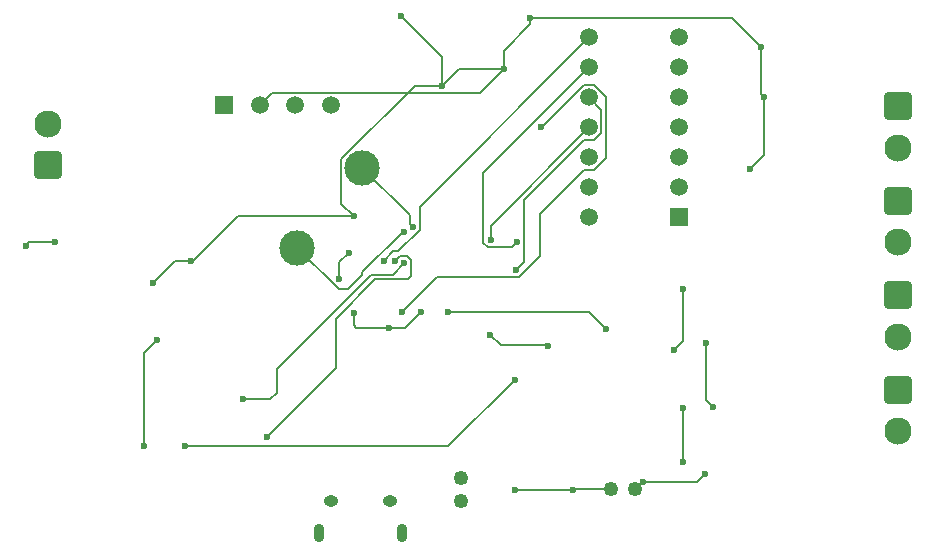
<source format=gbr>
%TF.GenerationSoftware,KiCad,Pcbnew,9.0.4*%
%TF.CreationDate,2025-11-21T01:18:50-06:00*%
%TF.ProjectId,LV Sensor,4c562053-656e-4736-9f72-2e6b69636164,rev?*%
%TF.SameCoordinates,Original*%
%TF.FileFunction,Copper,L2,Bot*%
%TF.FilePolarity,Positive*%
%FSLAX46Y46*%
G04 Gerber Fmt 4.6, Leading zero omitted, Abs format (unit mm)*
G04 Created by KiCad (PCBNEW 9.0.4) date 2025-11-21 01:18:50*
%MOMM*%
%LPD*%
G01*
G04 APERTURE LIST*
G04 Aperture macros list*
%AMRoundRect*
0 Rectangle with rounded corners*
0 $1 Rounding radius*
0 $2 $3 $4 $5 $6 $7 $8 $9 X,Y pos of 4 corners*
0 Add a 4 corners polygon primitive as box body*
4,1,4,$2,$3,$4,$5,$6,$7,$8,$9,$2,$3,0*
0 Add four circle primitives for the rounded corners*
1,1,$1+$1,$2,$3*
1,1,$1+$1,$4,$5*
1,1,$1+$1,$6,$7*
1,1,$1+$1,$8,$9*
0 Add four rect primitives between the rounded corners*
20,1,$1+$1,$2,$3,$4,$5,0*
20,1,$1+$1,$4,$5,$6,$7,0*
20,1,$1+$1,$6,$7,$8,$9,0*
20,1,$1+$1,$8,$9,$2,$3,0*%
G04 Aperture macros list end*
%TA.AperFunction,SMDPad,CuDef*%
%ADD10C,3.000000*%
%TD*%
%TA.AperFunction,ComponentPad*%
%ADD11C,2.300000*%
%TD*%
%TA.AperFunction,ComponentPad*%
%ADD12RoundRect,0.250001X-0.899999X0.899999X-0.899999X-0.899999X0.899999X-0.899999X0.899999X0.899999X0*%
%TD*%
%TA.AperFunction,ComponentPad*%
%ADD13R,1.520000X1.520000*%
%TD*%
%TA.AperFunction,ComponentPad*%
%ADD14C,1.520000*%
%TD*%
%TA.AperFunction,ComponentPad*%
%ADD15C,1.250000*%
%TD*%
%TA.AperFunction,ComponentPad*%
%ADD16RoundRect,0.250001X0.899999X-0.899999X0.899999X0.899999X-0.899999X0.899999X-0.899999X-0.899999X0*%
%TD*%
%TA.AperFunction,ComponentPad*%
%ADD17R,1.498600X1.498600*%
%TD*%
%TA.AperFunction,ComponentPad*%
%ADD18C,1.498600*%
%TD*%
%TA.AperFunction,HeatsinkPad*%
%ADD19O,0.890000X1.550000*%
%TD*%
%TA.AperFunction,HeatsinkPad*%
%ADD20O,1.250000X0.950000*%
%TD*%
%TA.AperFunction,ViaPad*%
%ADD21C,0.600000*%
%TD*%
%TA.AperFunction,Conductor*%
%ADD22C,0.200000*%
%TD*%
G04 APERTURE END LIST*
D10*
%TO.P,TP2,1,1*%
%TO.N,Net-(IC5-PA19_{slash}_SWDIO)*%
X180000000Y-67000000D03*
%TD*%
%TO.P,TP1,1,1*%
%TO.N,Net-(IC5-PA20_{slash}_A6_{slash}_SWCLK)*%
X174500000Y-73750000D03*
%TD*%
D11*
%TO.P,J2,2,Pin_2*%
%TO.N,Net-(J2-Pin_2)*%
X225332500Y-65250000D03*
D12*
%TO.P,J2,1,Pin_1*%
%TO.N,Net-(J2-Pin_1)*%
X225332500Y-61750000D03*
%TD*%
%TO.P,J4,1,Pin_1*%
%TO.N,Net-(J4-Pin_1)*%
X225332500Y-77750000D03*
D11*
%TO.P,J4,2,Pin_2*%
%TO.N,Net-(J4-Pin_2)*%
X225332500Y-81250000D03*
%TD*%
%TO.P,J1,2,Pin_2*%
%TO.N,Net-(J1-Pin_2)*%
X225332500Y-73250000D03*
D12*
%TO.P,J1,1,Pin_1*%
%TO.N,Net-(J1-Pin_1)*%
X225332500Y-69750000D03*
%TD*%
D11*
%TO.P,J3,2,Pin_2*%
%TO.N,Net-(J3-Pin_2)*%
X225332500Y-89250000D03*
D12*
%TO.P,J3,1,Pin_1*%
%TO.N,Net-(J3-Pin_1)*%
X225332500Y-85750000D03*
%TD*%
D13*
%TO.P,J6,1,1*%
%TO.N,+12V*%
X168321750Y-61650400D03*
D14*
%TO.P,J6,2,2*%
%TO.N,GND*%
X171321750Y-61650400D03*
%TO.P,J6,3,3*%
%TO.N,CAN_H*%
X174321750Y-61650400D03*
%TO.P,J6,4,4*%
%TO.N,CAN_L*%
X177321750Y-61650400D03*
%TD*%
D15*
%TO.P,C18,1*%
%TO.N,Net-(U8-C1+)*%
X188350000Y-93200000D03*
%TO.P,C18,2*%
%TO.N,Net-(U8-C1-)*%
X188350000Y-95200000D03*
%TD*%
D16*
%TO.P,J5,1,Pin_1*%
%TO.N,/5V out*%
X153417500Y-66750000D03*
D11*
%TO.P,J5,2,Pin_2*%
%TO.N,GND*%
X153417500Y-63250000D03*
%TD*%
D17*
%TO.P,U10,1,CH0*%
%TO.N,Net-(D8-COM)*%
X206810000Y-71170000D03*
D18*
%TO.P,U10,2,CH1*%
%TO.N,Net-(D7-COM)*%
X206810000Y-68630000D03*
%TO.P,U10,3,CH2*%
%TO.N,Net-(D6-COM)*%
X206810000Y-66090000D03*
%TO.P,U10,4,CH3*%
%TO.N,Net-(D5-COM)*%
X206810000Y-63550000D03*
%TO.P,U10,5,NC*%
%TO.N,unconnected-(U10-NC-Pad5)*%
X206810000Y-61010000D03*
%TO.P,U10,6,NC*%
%TO.N,unconnected-(U10-NC-Pad6)*%
X206810000Y-58470000D03*
%TO.P,U10,7,DGND*%
%TO.N,Net-(U10-DGND)*%
X206810000Y-55930000D03*
%TO.P,U10,8,CS/SHDN*%
%TO.N,CS_ADC4*%
X199190000Y-55930000D03*
%TO.P,U10,9,DIN*%
%TO.N,Net-(IC1-SDI)*%
X199190000Y-58470000D03*
%TO.P,U10,10,DOUT*%
%TO.N,Net-(IC1-SDO)*%
X199190000Y-61010000D03*
%TO.P,U10,11,CLK*%
%TO.N,Net-(IC1-SCK)*%
X199190000Y-63550000D03*
%TO.P,U10,12,AGND*%
%TO.N,GND*%
X199190000Y-66090000D03*
%TO.P,U10,13,VREF*%
%TO.N,+5V*%
X199190000Y-68630000D03*
%TO.P,U10,14,VDD*%
X199190000Y-71170000D03*
%TD*%
D15*
%TO.P,C19,1*%
%TO.N,-2V5*%
X203050000Y-94150000D03*
%TO.P,C19,2*%
%TO.N,GND*%
X201050000Y-94150000D03*
%TD*%
D19*
%TO.P,J16,6,Shield*%
%TO.N,unconnected-(J16-Shield-Pad6)_7*%
X176350000Y-97850000D03*
D20*
%TO.N,unconnected-(J16-Shield-Pad6)_3*%
X177350000Y-95150000D03*
%TO.N,unconnected-(J16-Shield-Pad6)_4*%
X182350000Y-95150000D03*
D19*
%TO.N,unconnected-(J16-Shield-Pad6)_2*%
X183350000Y-97850000D03*
%TD*%
D21*
%TO.N,GND*%
X212812500Y-67062500D03*
X213750000Y-56750000D03*
X162250000Y-76750000D03*
X165450000Y-74887500D03*
X179250000Y-71037500D03*
X194197000Y-54300000D03*
X214000000Y-61000000D03*
X151500000Y-73562500D03*
X179250000Y-79250000D03*
X213750000Y-56750000D03*
X154000000Y-73250000D03*
X191963800Y-58585000D03*
X183297000Y-54150000D03*
X186750000Y-60000000D03*
X162612500Y-81500000D03*
X161500000Y-90500000D03*
X182250000Y-80500000D03*
X184950001Y-79131575D03*
X190797000Y-81100000D03*
X195700001Y-82012191D03*
X192886200Y-94235000D03*
X197813800Y-94235000D03*
%TO.N,Net-(IC5-PA20_{slash}_A6_{slash}_SWCLK)*%
X183534456Y-72357772D03*
%TO.N,Net-(IC5-PA19_{slash}_SWDIO)*%
X184250000Y-72000000D03*
%TO.N,+2V5*%
X164950000Y-90550000D03*
X192900000Y-84897000D03*
%TO.N,+3V3*%
X178050000Y-76400000D03*
X178850000Y-74150000D03*
%TO.N,CS_CAN*%
X195100000Y-63510000D03*
X183350000Y-79207512D03*
%TO.N,CS_ADC8*%
X200634874Y-80574582D03*
X187250000Y-79165000D03*
%TO.N,CS_ADC4*%
X181800000Y-74850000D03*
%TO.N,UART0_CTS*%
X171902915Y-89744864D03*
X182750000Y-74850000D03*
%TO.N,UART0_RX*%
X169900000Y-86500000D03*
X183550000Y-75050000D03*
%TO.N,Net-(IC1-SDO)*%
X193000000Y-75600000D03*
%TO.N,Net-(IC1-SDI)*%
X193100000Y-73250000D03*
%TO.N,Net-(IC1-SCK)*%
X190850000Y-73050000D03*
%TO.N,-2V5*%
X203750000Y-93550000D03*
X209012500Y-92862500D03*
%TO.N,+2V5*%
X207150000Y-77250000D03*
X206400000Y-82400000D03*
X207112500Y-87262500D03*
X207111500Y-91900000D03*
%TO.N,-2V5*%
X209650000Y-87250000D03*
X209050000Y-81800000D03*
%TD*%
D22*
%TO.N,GND*%
X214000000Y-65875000D02*
X212812500Y-67062500D01*
X214000000Y-61000000D02*
X214000000Y-65875000D01*
X211300000Y-54300000D02*
X194197000Y-54300000D01*
X213750000Y-56750000D02*
X211300000Y-54300000D01*
X162250000Y-76750000D02*
X162250000Y-76850000D01*
X164112500Y-74887500D02*
X162250000Y-76750000D01*
X165450000Y-74887500D02*
X164112500Y-74887500D01*
X184453001Y-60000000D02*
X186750000Y-60000000D01*
X178199000Y-66254001D02*
X184453001Y-60000000D01*
X178199000Y-69986500D02*
X178199000Y-66254001D01*
X179250000Y-71037500D02*
X178199000Y-69986500D01*
X165450000Y-74950000D02*
X165450000Y-74887500D01*
X165500000Y-75000000D02*
X165450000Y-74950000D01*
X169462500Y-71037500D02*
X165500000Y-75000000D01*
X179250000Y-71037500D02*
X169462500Y-71037500D01*
X194197000Y-54803000D02*
X194197000Y-54300000D01*
X191963800Y-57036200D02*
X194197000Y-54803000D01*
X191963800Y-58585000D02*
X191963800Y-57036200D01*
X179250000Y-79250000D02*
X179250000Y-80250000D01*
X179250000Y-80250000D02*
X179500000Y-80500000D01*
X179500000Y-80500000D02*
X182250000Y-80500000D01*
%TO.N,UART0_CTS*%
X177750000Y-83897779D02*
X171902915Y-89744864D01*
X181099000Y-76401000D02*
X177750000Y-79750000D01*
X184151000Y-76099000D02*
X183849000Y-76401000D01*
X184151000Y-74801057D02*
X184151000Y-76099000D01*
X183849000Y-76401000D02*
X181099000Y-76401000D01*
X183151000Y-74449000D02*
X183798943Y-74449000D01*
X177750000Y-79750000D02*
X177750000Y-83897779D01*
X182750000Y-74850000D02*
X183151000Y-74449000D01*
X183798943Y-74449000D02*
X184151000Y-74801057D01*
%TO.N,GND*%
X213750000Y-60750000D02*
X213750000Y-56750000D01*
X214000000Y-61000000D02*
X213750000Y-60750000D01*
X191963800Y-58585000D02*
X188165000Y-58585000D01*
X188165000Y-58585000D02*
X186750000Y-60000000D01*
X172382750Y-60589400D02*
X171321750Y-61650400D01*
X189959400Y-60589400D02*
X172382750Y-60589400D01*
X191963800Y-58585000D02*
X189959400Y-60589400D01*
X186750000Y-57603000D02*
X186750000Y-60000000D01*
X183297000Y-54150000D02*
X186750000Y-57603000D01*
X183297000Y-54150000D02*
X183100000Y-54150000D01*
%TO.N,UART0_RX*%
X180750000Y-76000000D02*
X182600000Y-76000000D01*
X172750000Y-84000000D02*
X180750000Y-76000000D01*
X172750000Y-86000000D02*
X172750000Y-84000000D01*
X172200000Y-86550000D02*
X172750000Y-86000000D01*
X169950000Y-86550000D02*
X172200000Y-86550000D01*
X182600000Y-76000000D02*
X183550000Y-75050000D01*
X169900000Y-86500000D02*
X169950000Y-86550000D01*
%TO.N,GND*%
X154000000Y-73250000D02*
X151812500Y-73250000D01*
X151812500Y-73250000D02*
X151500000Y-73562500D01*
X161500000Y-82612500D02*
X162612500Y-81500000D01*
X161500000Y-90500000D02*
X161500000Y-82612500D01*
X183581576Y-80500000D02*
X182250000Y-80500000D01*
X184950001Y-79131575D02*
X183581576Y-80500000D01*
%TO.N,CS_ADC8*%
X199225292Y-79165000D02*
X200634874Y-80574582D01*
X187250000Y-79165000D02*
X199225292Y-79165000D01*
%TO.N,GND*%
X191697000Y-82000000D02*
X190797000Y-81100000D01*
X195750000Y-82000000D02*
X191697000Y-82000000D01*
X195737809Y-82012191D02*
X195750000Y-82000000D01*
X195700001Y-82012191D02*
X195737809Y-82012191D01*
X197813800Y-94235000D02*
X192886200Y-94235000D01*
X197898800Y-94150000D02*
X197813800Y-94235000D01*
X201050000Y-94150000D02*
X197898800Y-94150000D01*
%TO.N,CS_ADC4*%
X184851000Y-70269000D02*
X199190000Y-55930000D01*
X184851000Y-72248943D02*
X184851000Y-70269000D01*
X183051943Y-74048000D02*
X184851000Y-72248943D01*
X182602000Y-74048000D02*
X183051943Y-74048000D01*
X181800000Y-74850000D02*
X182602000Y-74048000D01*
%TO.N,Net-(IC5-PA20_{slash}_A6_{slash}_SWCLK)*%
X178000000Y-77250000D02*
X174500000Y-73750000D01*
X178750000Y-77250000D02*
X178000000Y-77250000D01*
X180000000Y-76000000D02*
X178750000Y-77250000D01*
X180000000Y-75800057D02*
X180000000Y-76000000D01*
X183442285Y-72357772D02*
X180000000Y-75800057D01*
X183534456Y-72357772D02*
X183442285Y-72357772D01*
%TO.N,Net-(IC5-PA19_{slash}_SWDIO)*%
X184000000Y-71000000D02*
X180000000Y-67000000D01*
X184250000Y-72000000D02*
X184000000Y-71750000D01*
X184000000Y-71750000D02*
X184000000Y-71000000D01*
%TO.N,+2V5*%
X187247000Y-90550000D02*
X192900000Y-84897000D01*
X164950000Y-90550000D02*
X187247000Y-90550000D01*
%TO.N,+3V3*%
X178050000Y-74950000D02*
X178850000Y-74150000D01*
X178050000Y-76400000D02*
X178050000Y-74950000D01*
%TO.N,CS_CAN*%
X195190000Y-63510000D02*
X195100000Y-63510000D01*
X198740300Y-59959700D02*
X195190000Y-63510000D01*
X199625049Y-59959700D02*
X198740300Y-59959700D01*
X200641300Y-60975951D02*
X199625049Y-59959700D01*
X200641300Y-66124049D02*
X200641300Y-60975951D01*
X198754951Y-67140300D02*
X199625049Y-67140300D01*
X195049972Y-70845279D02*
X198754951Y-67140300D01*
X195049972Y-74399971D02*
X195049972Y-70845279D01*
X193248943Y-76201000D02*
X195049972Y-74399971D01*
X186356512Y-76201000D02*
X193248943Y-76201000D01*
X183350000Y-79207512D02*
X186356512Y-76201000D01*
X199625049Y-67140300D02*
X200641300Y-66124049D01*
%TO.N,Net-(IC1-SDO)*%
X200240300Y-62060300D02*
X199190000Y-61010000D01*
X200240300Y-63985049D02*
X200240300Y-62060300D01*
X199625049Y-64600300D02*
X200240300Y-63985049D01*
X198754951Y-64600300D02*
X199625049Y-64600300D01*
X193701000Y-69654251D02*
X198754951Y-64600300D01*
X193000000Y-75600000D02*
X193701000Y-74899000D01*
X193701000Y-74899000D02*
X193701000Y-69654251D01*
%TO.N,Net-(IC1-SDI)*%
X190249000Y-67411000D02*
X199190000Y-58470000D01*
X190249000Y-73298943D02*
X190249000Y-67411000D01*
X190601057Y-73651000D02*
X190249000Y-73298943D01*
X192699000Y-73651000D02*
X190601057Y-73651000D01*
X193100000Y-73250000D02*
X192699000Y-73651000D01*
%TO.N,Net-(IC1-SCK)*%
X190850000Y-71890000D02*
X199190000Y-63550000D01*
X190850000Y-73050000D02*
X190850000Y-71890000D01*
%TO.N,-2V5*%
X203750000Y-93550000D02*
X208325000Y-93550000D01*
X208325000Y-93550000D02*
X209012500Y-92862500D01*
%TO.N,+2V5*%
X207150000Y-77250000D02*
X207150000Y-77200000D01*
X207150000Y-81650000D02*
X207150000Y-77250000D01*
X206400000Y-82400000D02*
X207150000Y-81650000D01*
X207111500Y-91900000D02*
X207111500Y-87263500D01*
X207111500Y-87263500D02*
X207112500Y-87262500D01*
%TO.N,-2V5*%
X209050000Y-86650000D02*
X209050000Y-81800000D01*
X209650000Y-87250000D02*
X209050000Y-86650000D01*
%TD*%
M02*

</source>
